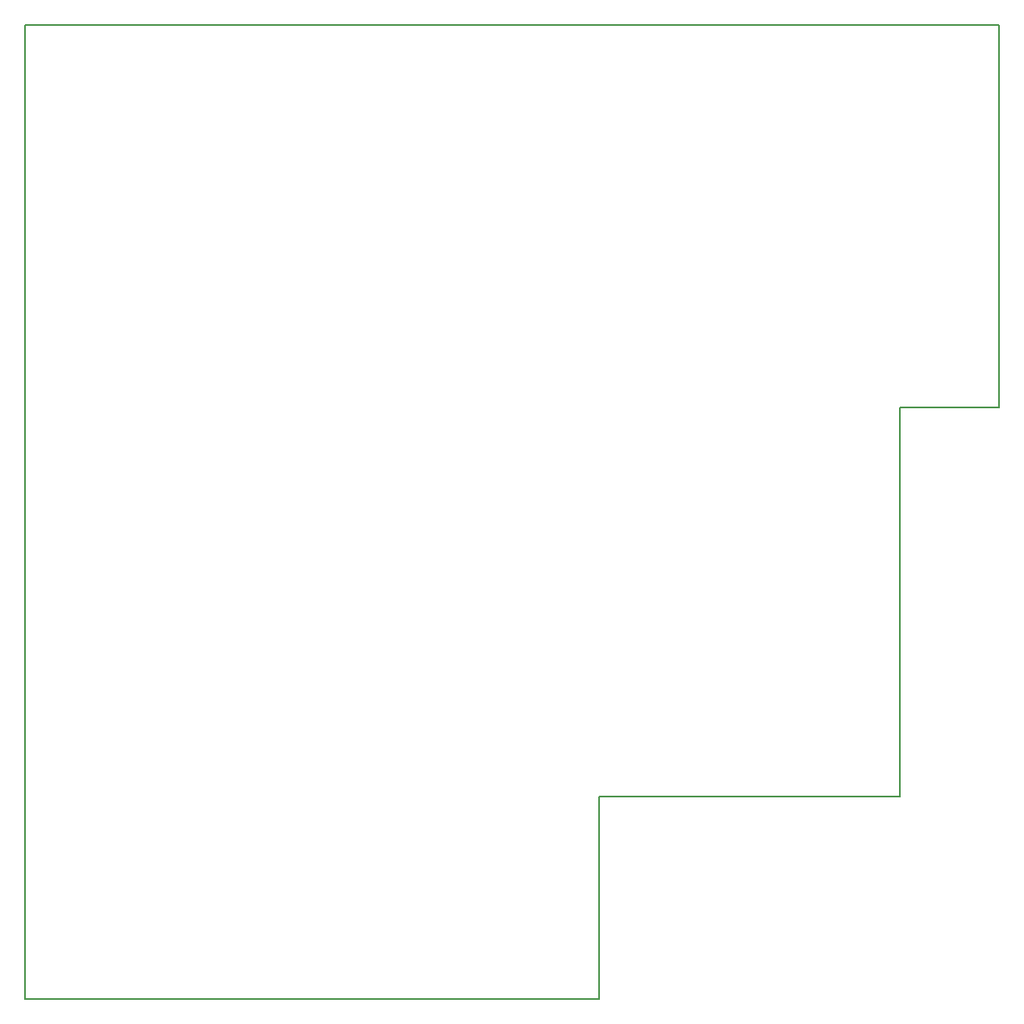
<source format=gbr>
%FSLAX34Y34*%
G04 Gerber Fmt 3.4, Leading zero omitted, Abs format*
G04 (created by PCBNEW (2014-jan-25)-product) date sø. 22. mars 2015 kl. 21.03 +0100*
%MOIN*%
G01*
G70*
G90*
G04 APERTURE LIST*
%ADD10C,0.005906*%
G04 APERTURE END LIST*
G54D10*
X49450Y-9000D02*
X10500Y-9000D01*
X49450Y-24300D02*
X49450Y-9000D01*
X45500Y-24300D02*
X49450Y-24300D01*
X45500Y-39850D02*
X45500Y-24300D01*
X33450Y-39850D02*
X45500Y-39850D01*
X33450Y-47950D02*
X33450Y-39850D01*
X10500Y-47950D02*
X33450Y-47950D01*
X10500Y-9000D02*
X10500Y-47950D01*
M02*

</source>
